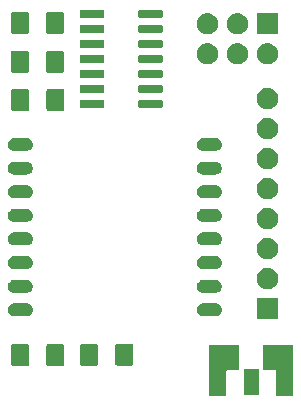
<source format=gbr>
G04 #@! TF.GenerationSoftware,KiCad,Pcbnew,5.1.5*
G04 #@! TF.CreationDate,2020-01-26T11:39:47+01:00*
G04 #@! TF.ProjectId,LORA_ATTINY84,4c4f5241-5f41-4545-9449-4e5938342e6b,rev?*
G04 #@! TF.SameCoordinates,Original*
G04 #@! TF.FileFunction,Soldermask,Top*
G04 #@! TF.FilePolarity,Negative*
%FSLAX46Y46*%
G04 Gerber Fmt 4.6, Leading zero omitted, Abs format (unit mm)*
G04 Created by KiCad (PCBNEW 5.1.5) date 2020-01-26 11:39:47*
%MOMM*%
%LPD*%
G04 APERTURE LIST*
%ADD10C,0.100000*%
G04 APERTURE END LIST*
D10*
G36*
X91596599Y-75243337D02*
G01*
X91606208Y-75246252D01*
X91615072Y-75250990D01*
X91622837Y-75257363D01*
X91629210Y-75265128D01*
X91633948Y-75273992D01*
X91636863Y-75283601D01*
X91638452Y-75299740D01*
X91638452Y-79487460D01*
X91636863Y-79503599D01*
X91633948Y-79513208D01*
X91629210Y-79522072D01*
X91622837Y-79529837D01*
X91615072Y-79536210D01*
X91606208Y-79540948D01*
X91596599Y-79543863D01*
X91580460Y-79545452D01*
X90242740Y-79545452D01*
X90226601Y-79543863D01*
X90216992Y-79540948D01*
X90208128Y-79536210D01*
X90200363Y-79529837D01*
X90193990Y-79522072D01*
X90189252Y-79513208D01*
X90186337Y-79503599D01*
X90184748Y-79487460D01*
X90184748Y-77470451D01*
X90182346Y-77446065D01*
X90175233Y-77422616D01*
X90163682Y-77401005D01*
X90148137Y-77382063D01*
X90129195Y-77366518D01*
X90107584Y-77354967D01*
X90084135Y-77347854D01*
X90059749Y-77345452D01*
X89142740Y-77345452D01*
X89126601Y-77343863D01*
X89116992Y-77340948D01*
X89108128Y-77336210D01*
X89100363Y-77329837D01*
X89093990Y-77322072D01*
X89089252Y-77313208D01*
X89086337Y-77303599D01*
X89084748Y-77287460D01*
X89084748Y-75299740D01*
X89086337Y-75283601D01*
X89089252Y-75273992D01*
X89093990Y-75265128D01*
X89100363Y-75257363D01*
X89108128Y-75250990D01*
X89116992Y-75246252D01*
X89126601Y-75243337D01*
X89142740Y-75241748D01*
X91580460Y-75241748D01*
X91596599Y-75243337D01*
G37*
G36*
X87044919Y-75243337D02*
G01*
X87054528Y-75246252D01*
X87063392Y-75250990D01*
X87071157Y-75257363D01*
X87077530Y-75265128D01*
X87082268Y-75273992D01*
X87085183Y-75283601D01*
X87086772Y-75299740D01*
X87086772Y-77287460D01*
X87085183Y-77303599D01*
X87082268Y-77313208D01*
X87077530Y-77322072D01*
X87071157Y-77329837D01*
X87063392Y-77336210D01*
X87054528Y-77340948D01*
X87044919Y-77343863D01*
X87028780Y-77345452D01*
X86111771Y-77345452D01*
X86087385Y-77347854D01*
X86063936Y-77354967D01*
X86042325Y-77366518D01*
X86023383Y-77382063D01*
X86007838Y-77401005D01*
X85996287Y-77422616D01*
X85989174Y-77446065D01*
X85986772Y-77470451D01*
X85986772Y-79487460D01*
X85985183Y-79503599D01*
X85982268Y-79513208D01*
X85977530Y-79522072D01*
X85971157Y-79529837D01*
X85963392Y-79536210D01*
X85954528Y-79540948D01*
X85944919Y-79543863D01*
X85928780Y-79545452D01*
X84591060Y-79545452D01*
X84574921Y-79543863D01*
X84565312Y-79540948D01*
X84556448Y-79536210D01*
X84548683Y-79529837D01*
X84542310Y-79522072D01*
X84537572Y-79513208D01*
X84534657Y-79503599D01*
X84533068Y-79487460D01*
X84533068Y-75299740D01*
X84534657Y-75283601D01*
X84537572Y-75273992D01*
X84542310Y-75265128D01*
X84548683Y-75257363D01*
X84556448Y-75250990D01*
X84565312Y-75246252D01*
X84574921Y-75243337D01*
X84591060Y-75241748D01*
X87028780Y-75241748D01*
X87044919Y-75243337D01*
G37*
G36*
X88738200Y-79485400D02*
G01*
X87436200Y-79485400D01*
X87436200Y-77283400D01*
X88738200Y-77283400D01*
X88738200Y-79485400D01*
G37*
G36*
X69142262Y-75176581D02*
G01*
X69177181Y-75187174D01*
X69209363Y-75204376D01*
X69237573Y-75227527D01*
X69260724Y-75255737D01*
X69277926Y-75287919D01*
X69288519Y-75322838D01*
X69292700Y-75365295D01*
X69292700Y-76831505D01*
X69288519Y-76873962D01*
X69277926Y-76908881D01*
X69260724Y-76941063D01*
X69237573Y-76969273D01*
X69209363Y-76992424D01*
X69177181Y-77009626D01*
X69142262Y-77020219D01*
X69099805Y-77024400D01*
X67958595Y-77024400D01*
X67916138Y-77020219D01*
X67881219Y-77009626D01*
X67849037Y-76992424D01*
X67820827Y-76969273D01*
X67797676Y-76941063D01*
X67780474Y-76908881D01*
X67769881Y-76873962D01*
X67765700Y-76831505D01*
X67765700Y-75365295D01*
X67769881Y-75322838D01*
X67780474Y-75287919D01*
X67797676Y-75255737D01*
X67820827Y-75227527D01*
X67849037Y-75204376D01*
X67881219Y-75187174D01*
X67916138Y-75176581D01*
X67958595Y-75172400D01*
X69099805Y-75172400D01*
X69142262Y-75176581D01*
G37*
G36*
X72117262Y-75176581D02*
G01*
X72152181Y-75187174D01*
X72184363Y-75204376D01*
X72212573Y-75227527D01*
X72235724Y-75255737D01*
X72252926Y-75287919D01*
X72263519Y-75322838D01*
X72267700Y-75365295D01*
X72267700Y-76831505D01*
X72263519Y-76873962D01*
X72252926Y-76908881D01*
X72235724Y-76941063D01*
X72212573Y-76969273D01*
X72184363Y-76992424D01*
X72152181Y-77009626D01*
X72117262Y-77020219D01*
X72074805Y-77024400D01*
X70933595Y-77024400D01*
X70891138Y-77020219D01*
X70856219Y-77009626D01*
X70824037Y-76992424D01*
X70795827Y-76969273D01*
X70772676Y-76941063D01*
X70755474Y-76908881D01*
X70744881Y-76873962D01*
X70740700Y-76831505D01*
X70740700Y-75365295D01*
X70744881Y-75322838D01*
X70755474Y-75287919D01*
X70772676Y-75255737D01*
X70795827Y-75227527D01*
X70824037Y-75204376D01*
X70856219Y-75187174D01*
X70891138Y-75176581D01*
X70933595Y-75172400D01*
X72074805Y-75172400D01*
X72117262Y-75176581D01*
G37*
G36*
X74969962Y-75151181D02*
G01*
X75004881Y-75161774D01*
X75037063Y-75178976D01*
X75065273Y-75202127D01*
X75088424Y-75230337D01*
X75105626Y-75262519D01*
X75116219Y-75297438D01*
X75120400Y-75339895D01*
X75120400Y-76806105D01*
X75116219Y-76848562D01*
X75105626Y-76883481D01*
X75088424Y-76915663D01*
X75065273Y-76943873D01*
X75037063Y-76967024D01*
X75004881Y-76984226D01*
X74969962Y-76994819D01*
X74927505Y-76999000D01*
X73786295Y-76999000D01*
X73743838Y-76994819D01*
X73708919Y-76984226D01*
X73676737Y-76967024D01*
X73648527Y-76943873D01*
X73625376Y-76915663D01*
X73608174Y-76883481D01*
X73597581Y-76848562D01*
X73593400Y-76806105D01*
X73593400Y-75339895D01*
X73597581Y-75297438D01*
X73608174Y-75262519D01*
X73625376Y-75230337D01*
X73648527Y-75202127D01*
X73676737Y-75178976D01*
X73708919Y-75161774D01*
X73743838Y-75151181D01*
X73786295Y-75147000D01*
X74927505Y-75147000D01*
X74969962Y-75151181D01*
G37*
G36*
X77944962Y-75151181D02*
G01*
X77979881Y-75161774D01*
X78012063Y-75178976D01*
X78040273Y-75202127D01*
X78063424Y-75230337D01*
X78080626Y-75262519D01*
X78091219Y-75297438D01*
X78095400Y-75339895D01*
X78095400Y-76806105D01*
X78091219Y-76848562D01*
X78080626Y-76883481D01*
X78063424Y-76915663D01*
X78040273Y-76943873D01*
X78012063Y-76967024D01*
X77979881Y-76984226D01*
X77944962Y-76994819D01*
X77902505Y-76999000D01*
X76761295Y-76999000D01*
X76718838Y-76994819D01*
X76683919Y-76984226D01*
X76651737Y-76967024D01*
X76623527Y-76943873D01*
X76600376Y-76915663D01*
X76583174Y-76883481D01*
X76572581Y-76848562D01*
X76568400Y-76806105D01*
X76568400Y-75339895D01*
X76572581Y-75297438D01*
X76583174Y-75262519D01*
X76600376Y-75230337D01*
X76623527Y-75202127D01*
X76651737Y-75178976D01*
X76683919Y-75161774D01*
X76718838Y-75151181D01*
X76761295Y-75147000D01*
X77902505Y-75147000D01*
X77944962Y-75151181D01*
G37*
G36*
X90359800Y-73062400D02*
G01*
X88557800Y-73062400D01*
X88557800Y-71260400D01*
X90359800Y-71260400D01*
X90359800Y-73062400D01*
G37*
G36*
X69137215Y-71724573D02*
G01*
X69241079Y-71756079D01*
X69268255Y-71770605D01*
X69336800Y-71807243D01*
X69420701Y-71876099D01*
X69489557Y-71960000D01*
X69526195Y-72028545D01*
X69540721Y-72055721D01*
X69572227Y-72159585D01*
X69582866Y-72267600D01*
X69572227Y-72375615D01*
X69540721Y-72479479D01*
X69540719Y-72479482D01*
X69489557Y-72575200D01*
X69420701Y-72659101D01*
X69336800Y-72727957D01*
X69268255Y-72764595D01*
X69241079Y-72779121D01*
X69137215Y-72810627D01*
X69056267Y-72818600D01*
X68002133Y-72818600D01*
X67921185Y-72810627D01*
X67817321Y-72779121D01*
X67790145Y-72764595D01*
X67721600Y-72727957D01*
X67637699Y-72659101D01*
X67568843Y-72575200D01*
X67517681Y-72479482D01*
X67517679Y-72479479D01*
X67486173Y-72375615D01*
X67475534Y-72267600D01*
X67486173Y-72159585D01*
X67517679Y-72055721D01*
X67532205Y-72028545D01*
X67568843Y-71960000D01*
X67637699Y-71876099D01*
X67721600Y-71807243D01*
X67790145Y-71770605D01*
X67817321Y-71756079D01*
X67921185Y-71724573D01*
X68002133Y-71716600D01*
X69056267Y-71716600D01*
X69137215Y-71724573D01*
G37*
G36*
X85137215Y-71724573D02*
G01*
X85241079Y-71756079D01*
X85268255Y-71770605D01*
X85336800Y-71807243D01*
X85420701Y-71876099D01*
X85489557Y-71960000D01*
X85526195Y-72028545D01*
X85540721Y-72055721D01*
X85572227Y-72159585D01*
X85582866Y-72267600D01*
X85572227Y-72375615D01*
X85540721Y-72479479D01*
X85540719Y-72479482D01*
X85489557Y-72575200D01*
X85420701Y-72659101D01*
X85336800Y-72727957D01*
X85268255Y-72764595D01*
X85241079Y-72779121D01*
X85137215Y-72810627D01*
X85056267Y-72818600D01*
X84002133Y-72818600D01*
X83921185Y-72810627D01*
X83817321Y-72779121D01*
X83790145Y-72764595D01*
X83721600Y-72727957D01*
X83637699Y-72659101D01*
X83568843Y-72575200D01*
X83517681Y-72479482D01*
X83517679Y-72479479D01*
X83486173Y-72375615D01*
X83475534Y-72267600D01*
X83486173Y-72159585D01*
X83517679Y-72055721D01*
X83532205Y-72028545D01*
X83568843Y-71960000D01*
X83637699Y-71876099D01*
X83721600Y-71807243D01*
X83790145Y-71770605D01*
X83817321Y-71756079D01*
X83921185Y-71724573D01*
X84002133Y-71716600D01*
X85056267Y-71716600D01*
X85137215Y-71724573D01*
G37*
G36*
X69137215Y-69724573D02*
G01*
X69241079Y-69756079D01*
X69268255Y-69770605D01*
X69336800Y-69807243D01*
X69420701Y-69876099D01*
X69489557Y-69960000D01*
X69526195Y-70028545D01*
X69540721Y-70055721D01*
X69572227Y-70159585D01*
X69582866Y-70267600D01*
X69572227Y-70375615D01*
X69540721Y-70479479D01*
X69536286Y-70487776D01*
X69489557Y-70575200D01*
X69420701Y-70659101D01*
X69336800Y-70727957D01*
X69268255Y-70764595D01*
X69241079Y-70779121D01*
X69137215Y-70810627D01*
X69056267Y-70818600D01*
X68002133Y-70818600D01*
X67921185Y-70810627D01*
X67817321Y-70779121D01*
X67790145Y-70764595D01*
X67721600Y-70727957D01*
X67637699Y-70659101D01*
X67568843Y-70575200D01*
X67522114Y-70487776D01*
X67517679Y-70479479D01*
X67486173Y-70375615D01*
X67475534Y-70267600D01*
X67486173Y-70159585D01*
X67517679Y-70055721D01*
X67532205Y-70028545D01*
X67568843Y-69960000D01*
X67637699Y-69876099D01*
X67721600Y-69807243D01*
X67790145Y-69770605D01*
X67817321Y-69756079D01*
X67921185Y-69724573D01*
X68002133Y-69716600D01*
X69056267Y-69716600D01*
X69137215Y-69724573D01*
G37*
G36*
X85137215Y-69724573D02*
G01*
X85241079Y-69756079D01*
X85268255Y-69770605D01*
X85336800Y-69807243D01*
X85420701Y-69876099D01*
X85489557Y-69960000D01*
X85526195Y-70028545D01*
X85540721Y-70055721D01*
X85572227Y-70159585D01*
X85582866Y-70267600D01*
X85572227Y-70375615D01*
X85540721Y-70479479D01*
X85536286Y-70487776D01*
X85489557Y-70575200D01*
X85420701Y-70659101D01*
X85336800Y-70727957D01*
X85268255Y-70764595D01*
X85241079Y-70779121D01*
X85137215Y-70810627D01*
X85056267Y-70818600D01*
X84002133Y-70818600D01*
X83921185Y-70810627D01*
X83817321Y-70779121D01*
X83790145Y-70764595D01*
X83721600Y-70727957D01*
X83637699Y-70659101D01*
X83568843Y-70575200D01*
X83522114Y-70487776D01*
X83517679Y-70479479D01*
X83486173Y-70375615D01*
X83475534Y-70267600D01*
X83486173Y-70159585D01*
X83517679Y-70055721D01*
X83532205Y-70028545D01*
X83568843Y-69960000D01*
X83637699Y-69876099D01*
X83721600Y-69807243D01*
X83790145Y-69770605D01*
X83817321Y-69756079D01*
X83921185Y-69724573D01*
X84002133Y-69716600D01*
X85056267Y-69716600D01*
X85137215Y-69724573D01*
G37*
G36*
X89572312Y-68725327D02*
G01*
X89721612Y-68755024D01*
X89885584Y-68822944D01*
X90033154Y-68921547D01*
X90158653Y-69047046D01*
X90257256Y-69194616D01*
X90325176Y-69358588D01*
X90359800Y-69532659D01*
X90359800Y-69710141D01*
X90325176Y-69884212D01*
X90257256Y-70048184D01*
X90158653Y-70195754D01*
X90033154Y-70321253D01*
X89885584Y-70419856D01*
X89721612Y-70487776D01*
X89572312Y-70517473D01*
X89547542Y-70522400D01*
X89370058Y-70522400D01*
X89345288Y-70517473D01*
X89195988Y-70487776D01*
X89032016Y-70419856D01*
X88884446Y-70321253D01*
X88758947Y-70195754D01*
X88660344Y-70048184D01*
X88592424Y-69884212D01*
X88557800Y-69710141D01*
X88557800Y-69532659D01*
X88592424Y-69358588D01*
X88660344Y-69194616D01*
X88758947Y-69047046D01*
X88884446Y-68921547D01*
X89032016Y-68822944D01*
X89195988Y-68755024D01*
X89345288Y-68725327D01*
X89370058Y-68720400D01*
X89547542Y-68720400D01*
X89572312Y-68725327D01*
G37*
G36*
X69137215Y-67724573D02*
G01*
X69241079Y-67756079D01*
X69268255Y-67770605D01*
X69336800Y-67807243D01*
X69420701Y-67876099D01*
X69489557Y-67960000D01*
X69526195Y-68028545D01*
X69540721Y-68055721D01*
X69572227Y-68159585D01*
X69582866Y-68267600D01*
X69572227Y-68375615D01*
X69540721Y-68479479D01*
X69540719Y-68479482D01*
X69489557Y-68575200D01*
X69420701Y-68659101D01*
X69336800Y-68727957D01*
X69286159Y-68755025D01*
X69241079Y-68779121D01*
X69137215Y-68810627D01*
X69056267Y-68818600D01*
X68002133Y-68818600D01*
X67921185Y-68810627D01*
X67817321Y-68779121D01*
X67772241Y-68755025D01*
X67721600Y-68727957D01*
X67637699Y-68659101D01*
X67568843Y-68575200D01*
X67517681Y-68479482D01*
X67517679Y-68479479D01*
X67486173Y-68375615D01*
X67475534Y-68267600D01*
X67486173Y-68159585D01*
X67517679Y-68055721D01*
X67532205Y-68028545D01*
X67568843Y-67960000D01*
X67637699Y-67876099D01*
X67721600Y-67807243D01*
X67790145Y-67770605D01*
X67817321Y-67756079D01*
X67921185Y-67724573D01*
X68002133Y-67716600D01*
X69056267Y-67716600D01*
X69137215Y-67724573D01*
G37*
G36*
X85137215Y-67724573D02*
G01*
X85241079Y-67756079D01*
X85268255Y-67770605D01*
X85336800Y-67807243D01*
X85420701Y-67876099D01*
X85489557Y-67960000D01*
X85526195Y-68028545D01*
X85540721Y-68055721D01*
X85572227Y-68159585D01*
X85582866Y-68267600D01*
X85572227Y-68375615D01*
X85540721Y-68479479D01*
X85540719Y-68479482D01*
X85489557Y-68575200D01*
X85420701Y-68659101D01*
X85336800Y-68727957D01*
X85286159Y-68755025D01*
X85241079Y-68779121D01*
X85137215Y-68810627D01*
X85056267Y-68818600D01*
X84002133Y-68818600D01*
X83921185Y-68810627D01*
X83817321Y-68779121D01*
X83772241Y-68755025D01*
X83721600Y-68727957D01*
X83637699Y-68659101D01*
X83568843Y-68575200D01*
X83517681Y-68479482D01*
X83517679Y-68479479D01*
X83486173Y-68375615D01*
X83475534Y-68267600D01*
X83486173Y-68159585D01*
X83517679Y-68055721D01*
X83532205Y-68028545D01*
X83568843Y-67960000D01*
X83637699Y-67876099D01*
X83721600Y-67807243D01*
X83790145Y-67770605D01*
X83817321Y-67756079D01*
X83921185Y-67724573D01*
X84002133Y-67716600D01*
X85056267Y-67716600D01*
X85137215Y-67724573D01*
G37*
G36*
X89572312Y-66185327D02*
G01*
X89721612Y-66215024D01*
X89885584Y-66282944D01*
X90033154Y-66381547D01*
X90158653Y-66507046D01*
X90257256Y-66654616D01*
X90325176Y-66818588D01*
X90359800Y-66992659D01*
X90359800Y-67170141D01*
X90325176Y-67344212D01*
X90257256Y-67508184D01*
X90158653Y-67655754D01*
X90033154Y-67781253D01*
X89885584Y-67879856D01*
X89721612Y-67947776D01*
X89572312Y-67977473D01*
X89547542Y-67982400D01*
X89370058Y-67982400D01*
X89345288Y-67977473D01*
X89195988Y-67947776D01*
X89032016Y-67879856D01*
X88884446Y-67781253D01*
X88758947Y-67655754D01*
X88660344Y-67508184D01*
X88592424Y-67344212D01*
X88557800Y-67170141D01*
X88557800Y-66992659D01*
X88592424Y-66818588D01*
X88660344Y-66654616D01*
X88758947Y-66507046D01*
X88884446Y-66381547D01*
X89032016Y-66282944D01*
X89195988Y-66215024D01*
X89345288Y-66185327D01*
X89370058Y-66180400D01*
X89547542Y-66180400D01*
X89572312Y-66185327D01*
G37*
G36*
X69137215Y-65724573D02*
G01*
X69241079Y-65756079D01*
X69268255Y-65770605D01*
X69336800Y-65807243D01*
X69420701Y-65876099D01*
X69489557Y-65960000D01*
X69526195Y-66028545D01*
X69540721Y-66055721D01*
X69572227Y-66159585D01*
X69582866Y-66267600D01*
X69572227Y-66375615D01*
X69540721Y-66479479D01*
X69540719Y-66479482D01*
X69489557Y-66575200D01*
X69420701Y-66659101D01*
X69336800Y-66727957D01*
X69268255Y-66764595D01*
X69241079Y-66779121D01*
X69137215Y-66810627D01*
X69056267Y-66818600D01*
X68002133Y-66818600D01*
X67921185Y-66810627D01*
X67817321Y-66779121D01*
X67790145Y-66764595D01*
X67721600Y-66727957D01*
X67637699Y-66659101D01*
X67568843Y-66575200D01*
X67517681Y-66479482D01*
X67517679Y-66479479D01*
X67486173Y-66375615D01*
X67475534Y-66267600D01*
X67486173Y-66159585D01*
X67517679Y-66055721D01*
X67532205Y-66028545D01*
X67568843Y-65960000D01*
X67637699Y-65876099D01*
X67721600Y-65807243D01*
X67790145Y-65770605D01*
X67817321Y-65756079D01*
X67921185Y-65724573D01*
X68002133Y-65716600D01*
X69056267Y-65716600D01*
X69137215Y-65724573D01*
G37*
G36*
X85137215Y-65724573D02*
G01*
X85241079Y-65756079D01*
X85268255Y-65770605D01*
X85336800Y-65807243D01*
X85420701Y-65876099D01*
X85489557Y-65960000D01*
X85526195Y-66028545D01*
X85540721Y-66055721D01*
X85572227Y-66159585D01*
X85582866Y-66267600D01*
X85572227Y-66375615D01*
X85540721Y-66479479D01*
X85540719Y-66479482D01*
X85489557Y-66575200D01*
X85420701Y-66659101D01*
X85336800Y-66727957D01*
X85268255Y-66764595D01*
X85241079Y-66779121D01*
X85137215Y-66810627D01*
X85056267Y-66818600D01*
X84002133Y-66818600D01*
X83921185Y-66810627D01*
X83817321Y-66779121D01*
X83790145Y-66764595D01*
X83721600Y-66727957D01*
X83637699Y-66659101D01*
X83568843Y-66575200D01*
X83517681Y-66479482D01*
X83517679Y-66479479D01*
X83486173Y-66375615D01*
X83475534Y-66267600D01*
X83486173Y-66159585D01*
X83517679Y-66055721D01*
X83532205Y-66028545D01*
X83568843Y-65960000D01*
X83637699Y-65876099D01*
X83721600Y-65807243D01*
X83790145Y-65770605D01*
X83817321Y-65756079D01*
X83921185Y-65724573D01*
X84002133Y-65716600D01*
X85056267Y-65716600D01*
X85137215Y-65724573D01*
G37*
G36*
X89572312Y-63645327D02*
G01*
X89721612Y-63675024D01*
X89885584Y-63742944D01*
X90033154Y-63841547D01*
X90158653Y-63967046D01*
X90257256Y-64114616D01*
X90325176Y-64278588D01*
X90359800Y-64452659D01*
X90359800Y-64630141D01*
X90325176Y-64804212D01*
X90257256Y-64968184D01*
X90158653Y-65115754D01*
X90033154Y-65241253D01*
X89885584Y-65339856D01*
X89721612Y-65407776D01*
X89572312Y-65437473D01*
X89547542Y-65442400D01*
X89370058Y-65442400D01*
X89345288Y-65437473D01*
X89195988Y-65407776D01*
X89032016Y-65339856D01*
X88884446Y-65241253D01*
X88758947Y-65115754D01*
X88660344Y-64968184D01*
X88592424Y-64804212D01*
X88557800Y-64630141D01*
X88557800Y-64452659D01*
X88592424Y-64278588D01*
X88660344Y-64114616D01*
X88758947Y-63967046D01*
X88884446Y-63841547D01*
X89032016Y-63742944D01*
X89195988Y-63675024D01*
X89345288Y-63645327D01*
X89370058Y-63640400D01*
X89547542Y-63640400D01*
X89572312Y-63645327D01*
G37*
G36*
X69137215Y-63724573D02*
G01*
X69241079Y-63756079D01*
X69268255Y-63770605D01*
X69336800Y-63807243D01*
X69420701Y-63876099D01*
X69489557Y-63960000D01*
X69526195Y-64028545D01*
X69540721Y-64055721D01*
X69572227Y-64159585D01*
X69582866Y-64267600D01*
X69572227Y-64375615D01*
X69540721Y-64479479D01*
X69540719Y-64479482D01*
X69489557Y-64575200D01*
X69420701Y-64659101D01*
X69336800Y-64727957D01*
X69268255Y-64764595D01*
X69241079Y-64779121D01*
X69137215Y-64810627D01*
X69056267Y-64818600D01*
X68002133Y-64818600D01*
X67921185Y-64810627D01*
X67817321Y-64779121D01*
X67790145Y-64764595D01*
X67721600Y-64727957D01*
X67637699Y-64659101D01*
X67568843Y-64575200D01*
X67517681Y-64479482D01*
X67517679Y-64479479D01*
X67486173Y-64375615D01*
X67475534Y-64267600D01*
X67486173Y-64159585D01*
X67517679Y-64055721D01*
X67532205Y-64028545D01*
X67568843Y-63960000D01*
X67637699Y-63876099D01*
X67721600Y-63807243D01*
X67790145Y-63770605D01*
X67817321Y-63756079D01*
X67921185Y-63724573D01*
X68002133Y-63716600D01*
X69056267Y-63716600D01*
X69137215Y-63724573D01*
G37*
G36*
X85137215Y-63724573D02*
G01*
X85241079Y-63756079D01*
X85268255Y-63770605D01*
X85336800Y-63807243D01*
X85420701Y-63876099D01*
X85489557Y-63960000D01*
X85526195Y-64028545D01*
X85540721Y-64055721D01*
X85572227Y-64159585D01*
X85582866Y-64267600D01*
X85572227Y-64375615D01*
X85540721Y-64479479D01*
X85540719Y-64479482D01*
X85489557Y-64575200D01*
X85420701Y-64659101D01*
X85336800Y-64727957D01*
X85268255Y-64764595D01*
X85241079Y-64779121D01*
X85137215Y-64810627D01*
X85056267Y-64818600D01*
X84002133Y-64818600D01*
X83921185Y-64810627D01*
X83817321Y-64779121D01*
X83790145Y-64764595D01*
X83721600Y-64727957D01*
X83637699Y-64659101D01*
X83568843Y-64575200D01*
X83517681Y-64479482D01*
X83517679Y-64479479D01*
X83486173Y-64375615D01*
X83475534Y-64267600D01*
X83486173Y-64159585D01*
X83517679Y-64055721D01*
X83532205Y-64028545D01*
X83568843Y-63960000D01*
X83637699Y-63876099D01*
X83721600Y-63807243D01*
X83790145Y-63770605D01*
X83817321Y-63756079D01*
X83921185Y-63724573D01*
X84002133Y-63716600D01*
X85056267Y-63716600D01*
X85137215Y-63724573D01*
G37*
G36*
X89572312Y-61105327D02*
G01*
X89721612Y-61135024D01*
X89885584Y-61202944D01*
X90033154Y-61301547D01*
X90158653Y-61427046D01*
X90257256Y-61574616D01*
X90325176Y-61738588D01*
X90359800Y-61912659D01*
X90359800Y-62090141D01*
X90325176Y-62264212D01*
X90257256Y-62428184D01*
X90158653Y-62575754D01*
X90033154Y-62701253D01*
X89885584Y-62799856D01*
X89721612Y-62867776D01*
X89572312Y-62897473D01*
X89547542Y-62902400D01*
X89370058Y-62902400D01*
X89345288Y-62897473D01*
X89195988Y-62867776D01*
X89032016Y-62799856D01*
X88884446Y-62701253D01*
X88758947Y-62575754D01*
X88660344Y-62428184D01*
X88592424Y-62264212D01*
X88557800Y-62090141D01*
X88557800Y-61912659D01*
X88592424Y-61738588D01*
X88660344Y-61574616D01*
X88758947Y-61427046D01*
X88884446Y-61301547D01*
X89032016Y-61202944D01*
X89195988Y-61135024D01*
X89345288Y-61105327D01*
X89370058Y-61100400D01*
X89547542Y-61100400D01*
X89572312Y-61105327D01*
G37*
G36*
X85137215Y-61724573D02*
G01*
X85241079Y-61756079D01*
X85268255Y-61770605D01*
X85336800Y-61807243D01*
X85420701Y-61876099D01*
X85489557Y-61960000D01*
X85526195Y-62028545D01*
X85540721Y-62055721D01*
X85572227Y-62159585D01*
X85582866Y-62267600D01*
X85572227Y-62375615D01*
X85540721Y-62479479D01*
X85540719Y-62479482D01*
X85489557Y-62575200D01*
X85420701Y-62659101D01*
X85336800Y-62727957D01*
X85268255Y-62764595D01*
X85241079Y-62779121D01*
X85137215Y-62810627D01*
X85056267Y-62818600D01*
X84002133Y-62818600D01*
X83921185Y-62810627D01*
X83817321Y-62779121D01*
X83790145Y-62764595D01*
X83721600Y-62727957D01*
X83637699Y-62659101D01*
X83568843Y-62575200D01*
X83517681Y-62479482D01*
X83517679Y-62479479D01*
X83486173Y-62375615D01*
X83475534Y-62267600D01*
X83486173Y-62159585D01*
X83517679Y-62055721D01*
X83532205Y-62028545D01*
X83568843Y-61960000D01*
X83637699Y-61876099D01*
X83721600Y-61807243D01*
X83790145Y-61770605D01*
X83817321Y-61756079D01*
X83921185Y-61724573D01*
X84002133Y-61716600D01*
X85056267Y-61716600D01*
X85137215Y-61724573D01*
G37*
G36*
X69137215Y-61724573D02*
G01*
X69241079Y-61756079D01*
X69268255Y-61770605D01*
X69336800Y-61807243D01*
X69420701Y-61876099D01*
X69489557Y-61960000D01*
X69526195Y-62028545D01*
X69540721Y-62055721D01*
X69572227Y-62159585D01*
X69582866Y-62267600D01*
X69572227Y-62375615D01*
X69540721Y-62479479D01*
X69540719Y-62479482D01*
X69489557Y-62575200D01*
X69420701Y-62659101D01*
X69336800Y-62727957D01*
X69268255Y-62764595D01*
X69241079Y-62779121D01*
X69137215Y-62810627D01*
X69056267Y-62818600D01*
X68002133Y-62818600D01*
X67921185Y-62810627D01*
X67817321Y-62779121D01*
X67790145Y-62764595D01*
X67721600Y-62727957D01*
X67637699Y-62659101D01*
X67568843Y-62575200D01*
X67517681Y-62479482D01*
X67517679Y-62479479D01*
X67486173Y-62375615D01*
X67475534Y-62267600D01*
X67486173Y-62159585D01*
X67517679Y-62055721D01*
X67532205Y-62028545D01*
X67568843Y-61960000D01*
X67637699Y-61876099D01*
X67721600Y-61807243D01*
X67790145Y-61770605D01*
X67817321Y-61756079D01*
X67921185Y-61724573D01*
X68002133Y-61716600D01*
X69056267Y-61716600D01*
X69137215Y-61724573D01*
G37*
G36*
X85137215Y-59724573D02*
G01*
X85241079Y-59756079D01*
X85268255Y-59770605D01*
X85336800Y-59807243D01*
X85420701Y-59876099D01*
X85489557Y-59960000D01*
X85526195Y-60028545D01*
X85540721Y-60055721D01*
X85572227Y-60159585D01*
X85582866Y-60267600D01*
X85572227Y-60375615D01*
X85540721Y-60479479D01*
X85540719Y-60479482D01*
X85489557Y-60575200D01*
X85420701Y-60659101D01*
X85336800Y-60727957D01*
X85268255Y-60764595D01*
X85241079Y-60779121D01*
X85137215Y-60810627D01*
X85056267Y-60818600D01*
X84002133Y-60818600D01*
X83921185Y-60810627D01*
X83817321Y-60779121D01*
X83790145Y-60764595D01*
X83721600Y-60727957D01*
X83637699Y-60659101D01*
X83568843Y-60575200D01*
X83517681Y-60479482D01*
X83517679Y-60479479D01*
X83486173Y-60375615D01*
X83475534Y-60267600D01*
X83486173Y-60159585D01*
X83517679Y-60055721D01*
X83532205Y-60028545D01*
X83568843Y-59960000D01*
X83637699Y-59876099D01*
X83721600Y-59807243D01*
X83790145Y-59770605D01*
X83817321Y-59756079D01*
X83921185Y-59724573D01*
X84002133Y-59716600D01*
X85056267Y-59716600D01*
X85137215Y-59724573D01*
G37*
G36*
X69137215Y-59724573D02*
G01*
X69241079Y-59756079D01*
X69268255Y-59770605D01*
X69336800Y-59807243D01*
X69420701Y-59876099D01*
X69489557Y-59960000D01*
X69526195Y-60028545D01*
X69540721Y-60055721D01*
X69572227Y-60159585D01*
X69582866Y-60267600D01*
X69572227Y-60375615D01*
X69540721Y-60479479D01*
X69540719Y-60479482D01*
X69489557Y-60575200D01*
X69420701Y-60659101D01*
X69336800Y-60727957D01*
X69268255Y-60764595D01*
X69241079Y-60779121D01*
X69137215Y-60810627D01*
X69056267Y-60818600D01*
X68002133Y-60818600D01*
X67921185Y-60810627D01*
X67817321Y-60779121D01*
X67790145Y-60764595D01*
X67721600Y-60727957D01*
X67637699Y-60659101D01*
X67568843Y-60575200D01*
X67517681Y-60479482D01*
X67517679Y-60479479D01*
X67486173Y-60375615D01*
X67475534Y-60267600D01*
X67486173Y-60159585D01*
X67517679Y-60055721D01*
X67532205Y-60028545D01*
X67568843Y-59960000D01*
X67637699Y-59876099D01*
X67721600Y-59807243D01*
X67790145Y-59770605D01*
X67817321Y-59756079D01*
X67921185Y-59724573D01*
X68002133Y-59716600D01*
X69056267Y-59716600D01*
X69137215Y-59724573D01*
G37*
G36*
X89572312Y-58565327D02*
G01*
X89721612Y-58595024D01*
X89885584Y-58662944D01*
X90033154Y-58761547D01*
X90158653Y-58887046D01*
X90257256Y-59034616D01*
X90325176Y-59198588D01*
X90359800Y-59372659D01*
X90359800Y-59550141D01*
X90325176Y-59724212D01*
X90257256Y-59888184D01*
X90158653Y-60035754D01*
X90033154Y-60161253D01*
X89885584Y-60259856D01*
X89721612Y-60327776D01*
X89572312Y-60357473D01*
X89547542Y-60362400D01*
X89370058Y-60362400D01*
X89345288Y-60357473D01*
X89195988Y-60327776D01*
X89032016Y-60259856D01*
X88884446Y-60161253D01*
X88758947Y-60035754D01*
X88660344Y-59888184D01*
X88592424Y-59724212D01*
X88557800Y-59550141D01*
X88557800Y-59372659D01*
X88592424Y-59198588D01*
X88660344Y-59034616D01*
X88758947Y-58887046D01*
X88884446Y-58761547D01*
X89032016Y-58662944D01*
X89195988Y-58595024D01*
X89345288Y-58565327D01*
X89370058Y-58560400D01*
X89547542Y-58560400D01*
X89572312Y-58565327D01*
G37*
G36*
X69137215Y-57724573D02*
G01*
X69241079Y-57756079D01*
X69268255Y-57770605D01*
X69336800Y-57807243D01*
X69420701Y-57876099D01*
X69489557Y-57960000D01*
X69526195Y-58028545D01*
X69540721Y-58055721D01*
X69572227Y-58159585D01*
X69582866Y-58267600D01*
X69572227Y-58375615D01*
X69540721Y-58479479D01*
X69540719Y-58479482D01*
X69489557Y-58575200D01*
X69420701Y-58659101D01*
X69336800Y-58727957D01*
X69273957Y-58761547D01*
X69241079Y-58779121D01*
X69137215Y-58810627D01*
X69056267Y-58818600D01*
X68002133Y-58818600D01*
X67921185Y-58810627D01*
X67817321Y-58779121D01*
X67784443Y-58761547D01*
X67721600Y-58727957D01*
X67637699Y-58659101D01*
X67568843Y-58575200D01*
X67517681Y-58479482D01*
X67517679Y-58479479D01*
X67486173Y-58375615D01*
X67475534Y-58267600D01*
X67486173Y-58159585D01*
X67517679Y-58055721D01*
X67532205Y-58028545D01*
X67568843Y-57960000D01*
X67637699Y-57876099D01*
X67721600Y-57807243D01*
X67790145Y-57770605D01*
X67817321Y-57756079D01*
X67921185Y-57724573D01*
X68002133Y-57716600D01*
X69056267Y-57716600D01*
X69137215Y-57724573D01*
G37*
G36*
X85137215Y-57724573D02*
G01*
X85241079Y-57756079D01*
X85268255Y-57770605D01*
X85336800Y-57807243D01*
X85420701Y-57876099D01*
X85489557Y-57960000D01*
X85526195Y-58028545D01*
X85540721Y-58055721D01*
X85572227Y-58159585D01*
X85582866Y-58267600D01*
X85572227Y-58375615D01*
X85540721Y-58479479D01*
X85540719Y-58479482D01*
X85489557Y-58575200D01*
X85420701Y-58659101D01*
X85336800Y-58727957D01*
X85273957Y-58761547D01*
X85241079Y-58779121D01*
X85137215Y-58810627D01*
X85056267Y-58818600D01*
X84002133Y-58818600D01*
X83921185Y-58810627D01*
X83817321Y-58779121D01*
X83784443Y-58761547D01*
X83721600Y-58727957D01*
X83637699Y-58659101D01*
X83568843Y-58575200D01*
X83517681Y-58479482D01*
X83517679Y-58479479D01*
X83486173Y-58375615D01*
X83475534Y-58267600D01*
X83486173Y-58159585D01*
X83517679Y-58055721D01*
X83532205Y-58028545D01*
X83568843Y-57960000D01*
X83637699Y-57876099D01*
X83721600Y-57807243D01*
X83790145Y-57770605D01*
X83817321Y-57756079D01*
X83921185Y-57724573D01*
X84002133Y-57716600D01*
X85056267Y-57716600D01*
X85137215Y-57724573D01*
G37*
G36*
X89572312Y-56025327D02*
G01*
X89721612Y-56055024D01*
X89885584Y-56122944D01*
X90033154Y-56221547D01*
X90158653Y-56347046D01*
X90257256Y-56494616D01*
X90325176Y-56658588D01*
X90359800Y-56832659D01*
X90359800Y-57010141D01*
X90325176Y-57184212D01*
X90257256Y-57348184D01*
X90158653Y-57495754D01*
X90033154Y-57621253D01*
X89885584Y-57719856D01*
X89721612Y-57787776D01*
X89572312Y-57817473D01*
X89547542Y-57822400D01*
X89370058Y-57822400D01*
X89345288Y-57817473D01*
X89195988Y-57787776D01*
X89032016Y-57719856D01*
X88884446Y-57621253D01*
X88758947Y-57495754D01*
X88660344Y-57348184D01*
X88592424Y-57184212D01*
X88557800Y-57010141D01*
X88557800Y-56832659D01*
X88592424Y-56658588D01*
X88660344Y-56494616D01*
X88758947Y-56347046D01*
X88884446Y-56221547D01*
X89032016Y-56122944D01*
X89195988Y-56055024D01*
X89345288Y-56025327D01*
X89370058Y-56020400D01*
X89547542Y-56020400D01*
X89572312Y-56025327D01*
G37*
G36*
X69153362Y-53586581D02*
G01*
X69188281Y-53597174D01*
X69220463Y-53614376D01*
X69248673Y-53637527D01*
X69271824Y-53665737D01*
X69289026Y-53697919D01*
X69299619Y-53732838D01*
X69303800Y-53775295D01*
X69303800Y-55241505D01*
X69299619Y-55283962D01*
X69289026Y-55318881D01*
X69271824Y-55351063D01*
X69248673Y-55379273D01*
X69220463Y-55402424D01*
X69188281Y-55419626D01*
X69153362Y-55430219D01*
X69110905Y-55434400D01*
X67969695Y-55434400D01*
X67927238Y-55430219D01*
X67892319Y-55419626D01*
X67860137Y-55402424D01*
X67831927Y-55379273D01*
X67808776Y-55351063D01*
X67791574Y-55318881D01*
X67780981Y-55283962D01*
X67776800Y-55241505D01*
X67776800Y-53775295D01*
X67780981Y-53732838D01*
X67791574Y-53697919D01*
X67808776Y-53665737D01*
X67831927Y-53637527D01*
X67860137Y-53614376D01*
X67892319Y-53597174D01*
X67927238Y-53586581D01*
X67969695Y-53582400D01*
X69110905Y-53582400D01*
X69153362Y-53586581D01*
G37*
G36*
X72128362Y-53586581D02*
G01*
X72163281Y-53597174D01*
X72195463Y-53614376D01*
X72223673Y-53637527D01*
X72246824Y-53665737D01*
X72264026Y-53697919D01*
X72274619Y-53732838D01*
X72278800Y-53775295D01*
X72278800Y-55241505D01*
X72274619Y-55283962D01*
X72264026Y-55318881D01*
X72246824Y-55351063D01*
X72223673Y-55379273D01*
X72195463Y-55402424D01*
X72163281Y-55419626D01*
X72128362Y-55430219D01*
X72085905Y-55434400D01*
X70944695Y-55434400D01*
X70902238Y-55430219D01*
X70867319Y-55419626D01*
X70835137Y-55402424D01*
X70806927Y-55379273D01*
X70783776Y-55351063D01*
X70766574Y-55318881D01*
X70755981Y-55283962D01*
X70751800Y-55241505D01*
X70751800Y-53775295D01*
X70755981Y-53732838D01*
X70766574Y-53697919D01*
X70783776Y-53665737D01*
X70806927Y-53637527D01*
X70835137Y-53614376D01*
X70867319Y-53597174D01*
X70902238Y-53586581D01*
X70944695Y-53582400D01*
X72085905Y-53582400D01*
X72128362Y-53586581D01*
G37*
G36*
X89572312Y-53485327D02*
G01*
X89721612Y-53515024D01*
X89885584Y-53582944D01*
X90033154Y-53681547D01*
X90158653Y-53807046D01*
X90257256Y-53954616D01*
X90325176Y-54118588D01*
X90354873Y-54267888D01*
X90359800Y-54292658D01*
X90359800Y-54470142D01*
X90355657Y-54490972D01*
X90325176Y-54644212D01*
X90257256Y-54808184D01*
X90158653Y-54955754D01*
X90033154Y-55081253D01*
X89885584Y-55179856D01*
X89721612Y-55247776D01*
X89572312Y-55277473D01*
X89547542Y-55282400D01*
X89370058Y-55282400D01*
X89345288Y-55277473D01*
X89195988Y-55247776D01*
X89032016Y-55179856D01*
X88884446Y-55081253D01*
X88758947Y-54955754D01*
X88660344Y-54808184D01*
X88592424Y-54644212D01*
X88561943Y-54490972D01*
X88557800Y-54470142D01*
X88557800Y-54292658D01*
X88562727Y-54267888D01*
X88592424Y-54118588D01*
X88660344Y-53954616D01*
X88758947Y-53807046D01*
X88884446Y-53681547D01*
X89032016Y-53582944D01*
X89195988Y-53515024D01*
X89345288Y-53485327D01*
X89370058Y-53480400D01*
X89547542Y-53480400D01*
X89572312Y-53485327D01*
G37*
G36*
X75548928Y-54490364D02*
G01*
X75570009Y-54496760D01*
X75589445Y-54507148D01*
X75606476Y-54521124D01*
X75620452Y-54538155D01*
X75630840Y-54557591D01*
X75637236Y-54578672D01*
X75640000Y-54606740D01*
X75640000Y-55070460D01*
X75637236Y-55098528D01*
X75630840Y-55119609D01*
X75620452Y-55139045D01*
X75606476Y-55156076D01*
X75589445Y-55170052D01*
X75570009Y-55180440D01*
X75548928Y-55186836D01*
X75520860Y-55189600D01*
X73707140Y-55189600D01*
X73679072Y-55186836D01*
X73657991Y-55180440D01*
X73638555Y-55170052D01*
X73621524Y-55156076D01*
X73607548Y-55139045D01*
X73597160Y-55119609D01*
X73590764Y-55098528D01*
X73588000Y-55070460D01*
X73588000Y-54606740D01*
X73590764Y-54578672D01*
X73597160Y-54557591D01*
X73607548Y-54538155D01*
X73621524Y-54521124D01*
X73638555Y-54507148D01*
X73657991Y-54496760D01*
X73679072Y-54490364D01*
X73707140Y-54487600D01*
X75520860Y-54487600D01*
X75548928Y-54490364D01*
G37*
G36*
X80498928Y-54490364D02*
G01*
X80520009Y-54496760D01*
X80539445Y-54507148D01*
X80556476Y-54521124D01*
X80570452Y-54538155D01*
X80580840Y-54557591D01*
X80587236Y-54578672D01*
X80590000Y-54606740D01*
X80590000Y-55070460D01*
X80587236Y-55098528D01*
X80580840Y-55119609D01*
X80570452Y-55139045D01*
X80556476Y-55156076D01*
X80539445Y-55170052D01*
X80520009Y-55180440D01*
X80498928Y-55186836D01*
X80470860Y-55189600D01*
X78657140Y-55189600D01*
X78629072Y-55186836D01*
X78607991Y-55180440D01*
X78588555Y-55170052D01*
X78571524Y-55156076D01*
X78557548Y-55139045D01*
X78547160Y-55119609D01*
X78540764Y-55098528D01*
X78538000Y-55070460D01*
X78538000Y-54606740D01*
X78540764Y-54578672D01*
X78547160Y-54557591D01*
X78557548Y-54538155D01*
X78571524Y-54521124D01*
X78588555Y-54507148D01*
X78607991Y-54496760D01*
X78629072Y-54490364D01*
X78657140Y-54487600D01*
X80470860Y-54487600D01*
X80498928Y-54490364D01*
G37*
G36*
X80498928Y-53220364D02*
G01*
X80520009Y-53226760D01*
X80539445Y-53237148D01*
X80556476Y-53251124D01*
X80570452Y-53268155D01*
X80580840Y-53287591D01*
X80587236Y-53308672D01*
X80590000Y-53336740D01*
X80590000Y-53800460D01*
X80587236Y-53828528D01*
X80580840Y-53849609D01*
X80570452Y-53869045D01*
X80556476Y-53886076D01*
X80539445Y-53900052D01*
X80520009Y-53910440D01*
X80498928Y-53916836D01*
X80470860Y-53919600D01*
X78657140Y-53919600D01*
X78629072Y-53916836D01*
X78607991Y-53910440D01*
X78588555Y-53900052D01*
X78571524Y-53886076D01*
X78557548Y-53869045D01*
X78547160Y-53849609D01*
X78540764Y-53828528D01*
X78538000Y-53800460D01*
X78538000Y-53336740D01*
X78540764Y-53308672D01*
X78547160Y-53287591D01*
X78557548Y-53268155D01*
X78571524Y-53251124D01*
X78588555Y-53237148D01*
X78607991Y-53226760D01*
X78629072Y-53220364D01*
X78657140Y-53217600D01*
X80470860Y-53217600D01*
X80498928Y-53220364D01*
G37*
G36*
X75548928Y-53220364D02*
G01*
X75570009Y-53226760D01*
X75589445Y-53237148D01*
X75606476Y-53251124D01*
X75620452Y-53268155D01*
X75630840Y-53287591D01*
X75637236Y-53308672D01*
X75640000Y-53336740D01*
X75640000Y-53800460D01*
X75637236Y-53828528D01*
X75630840Y-53849609D01*
X75620452Y-53869045D01*
X75606476Y-53886076D01*
X75589445Y-53900052D01*
X75570009Y-53910440D01*
X75548928Y-53916836D01*
X75520860Y-53919600D01*
X73707140Y-53919600D01*
X73679072Y-53916836D01*
X73657991Y-53910440D01*
X73638555Y-53900052D01*
X73621524Y-53886076D01*
X73607548Y-53869045D01*
X73597160Y-53849609D01*
X73590764Y-53828528D01*
X73588000Y-53800460D01*
X73588000Y-53336740D01*
X73590764Y-53308672D01*
X73597160Y-53287591D01*
X73607548Y-53268155D01*
X73621524Y-53251124D01*
X73638555Y-53237148D01*
X73657991Y-53226760D01*
X73679072Y-53220364D01*
X73707140Y-53217600D01*
X75520860Y-53217600D01*
X75548928Y-53220364D01*
G37*
G36*
X80498928Y-51950364D02*
G01*
X80520009Y-51956760D01*
X80539445Y-51967148D01*
X80556476Y-51981124D01*
X80570452Y-51998155D01*
X80580840Y-52017591D01*
X80587236Y-52038672D01*
X80590000Y-52066740D01*
X80590000Y-52530460D01*
X80587236Y-52558528D01*
X80580840Y-52579609D01*
X80570452Y-52599045D01*
X80556476Y-52616076D01*
X80539445Y-52630052D01*
X80520009Y-52640440D01*
X80498928Y-52646836D01*
X80470860Y-52649600D01*
X78657140Y-52649600D01*
X78629072Y-52646836D01*
X78607991Y-52640440D01*
X78588555Y-52630052D01*
X78571524Y-52616076D01*
X78557548Y-52599045D01*
X78547160Y-52579609D01*
X78540764Y-52558528D01*
X78538000Y-52530460D01*
X78538000Y-52066740D01*
X78540764Y-52038672D01*
X78547160Y-52017591D01*
X78557548Y-51998155D01*
X78571524Y-51981124D01*
X78588555Y-51967148D01*
X78607991Y-51956760D01*
X78629072Y-51950364D01*
X78657140Y-51947600D01*
X80470860Y-51947600D01*
X80498928Y-51950364D01*
G37*
G36*
X75548928Y-51950364D02*
G01*
X75570009Y-51956760D01*
X75589445Y-51967148D01*
X75606476Y-51981124D01*
X75620452Y-51998155D01*
X75630840Y-52017591D01*
X75637236Y-52038672D01*
X75640000Y-52066740D01*
X75640000Y-52530460D01*
X75637236Y-52558528D01*
X75630840Y-52579609D01*
X75620452Y-52599045D01*
X75606476Y-52616076D01*
X75589445Y-52630052D01*
X75570009Y-52640440D01*
X75548928Y-52646836D01*
X75520860Y-52649600D01*
X73707140Y-52649600D01*
X73679072Y-52646836D01*
X73657991Y-52640440D01*
X73638555Y-52630052D01*
X73621524Y-52616076D01*
X73607548Y-52599045D01*
X73597160Y-52579609D01*
X73590764Y-52558528D01*
X73588000Y-52530460D01*
X73588000Y-52066740D01*
X73590764Y-52038672D01*
X73597160Y-52017591D01*
X73607548Y-51998155D01*
X73621524Y-51981124D01*
X73638555Y-51967148D01*
X73657991Y-51956760D01*
X73679072Y-51950364D01*
X73707140Y-51947600D01*
X75520860Y-51947600D01*
X75548928Y-51950364D01*
G37*
G36*
X72077562Y-50348081D02*
G01*
X72112481Y-50358674D01*
X72144663Y-50375876D01*
X72172873Y-50399027D01*
X72196024Y-50427237D01*
X72213226Y-50459419D01*
X72223819Y-50494338D01*
X72228000Y-50536795D01*
X72228000Y-52003005D01*
X72223819Y-52045462D01*
X72213226Y-52080381D01*
X72196024Y-52112563D01*
X72172873Y-52140773D01*
X72144663Y-52163924D01*
X72112481Y-52181126D01*
X72077562Y-52191719D01*
X72035105Y-52195900D01*
X70893895Y-52195900D01*
X70851438Y-52191719D01*
X70816519Y-52181126D01*
X70784337Y-52163924D01*
X70756127Y-52140773D01*
X70732976Y-52112563D01*
X70715774Y-52080381D01*
X70705181Y-52045462D01*
X70701000Y-52003005D01*
X70701000Y-50536795D01*
X70705181Y-50494338D01*
X70715774Y-50459419D01*
X70732976Y-50427237D01*
X70756127Y-50399027D01*
X70784337Y-50375876D01*
X70816519Y-50358674D01*
X70851438Y-50348081D01*
X70893895Y-50343900D01*
X72035105Y-50343900D01*
X72077562Y-50348081D01*
G37*
G36*
X69102562Y-50348081D02*
G01*
X69137481Y-50358674D01*
X69169663Y-50375876D01*
X69197873Y-50399027D01*
X69221024Y-50427237D01*
X69238226Y-50459419D01*
X69248819Y-50494338D01*
X69253000Y-50536795D01*
X69253000Y-52003005D01*
X69248819Y-52045462D01*
X69238226Y-52080381D01*
X69221024Y-52112563D01*
X69197873Y-52140773D01*
X69169663Y-52163924D01*
X69137481Y-52181126D01*
X69102562Y-52191719D01*
X69060105Y-52195900D01*
X67918895Y-52195900D01*
X67876438Y-52191719D01*
X67841519Y-52181126D01*
X67809337Y-52163924D01*
X67781127Y-52140773D01*
X67757976Y-52112563D01*
X67740774Y-52080381D01*
X67730181Y-52045462D01*
X67726000Y-52003005D01*
X67726000Y-50536795D01*
X67730181Y-50494338D01*
X67740774Y-50459419D01*
X67757976Y-50427237D01*
X67781127Y-50399027D01*
X67809337Y-50375876D01*
X67841519Y-50358674D01*
X67876438Y-50348081D01*
X67918895Y-50343900D01*
X69060105Y-50343900D01*
X69102562Y-50348081D01*
G37*
G36*
X84492312Y-49700727D02*
G01*
X84641612Y-49730424D01*
X84805584Y-49798344D01*
X84953154Y-49896947D01*
X85078653Y-50022446D01*
X85177256Y-50170016D01*
X85245176Y-50333988D01*
X85279800Y-50508059D01*
X85279800Y-50685541D01*
X85245176Y-50859612D01*
X85177256Y-51023584D01*
X85078653Y-51171154D01*
X84953154Y-51296653D01*
X84805584Y-51395256D01*
X84641612Y-51463176D01*
X84492312Y-51492873D01*
X84467542Y-51497800D01*
X84290058Y-51497800D01*
X84265288Y-51492873D01*
X84115988Y-51463176D01*
X83952016Y-51395256D01*
X83804446Y-51296653D01*
X83678947Y-51171154D01*
X83580344Y-51023584D01*
X83512424Y-50859612D01*
X83477800Y-50685541D01*
X83477800Y-50508059D01*
X83512424Y-50333988D01*
X83580344Y-50170016D01*
X83678947Y-50022446D01*
X83804446Y-49896947D01*
X83952016Y-49798344D01*
X84115988Y-49730424D01*
X84265288Y-49700727D01*
X84290058Y-49695800D01*
X84467542Y-49695800D01*
X84492312Y-49700727D01*
G37*
G36*
X87032312Y-49700727D02*
G01*
X87181612Y-49730424D01*
X87345584Y-49798344D01*
X87493154Y-49896947D01*
X87618653Y-50022446D01*
X87717256Y-50170016D01*
X87785176Y-50333988D01*
X87819800Y-50508059D01*
X87819800Y-50685541D01*
X87785176Y-50859612D01*
X87717256Y-51023584D01*
X87618653Y-51171154D01*
X87493154Y-51296653D01*
X87345584Y-51395256D01*
X87181612Y-51463176D01*
X87032312Y-51492873D01*
X87007542Y-51497800D01*
X86830058Y-51497800D01*
X86805288Y-51492873D01*
X86655988Y-51463176D01*
X86492016Y-51395256D01*
X86344446Y-51296653D01*
X86218947Y-51171154D01*
X86120344Y-51023584D01*
X86052424Y-50859612D01*
X86017800Y-50685541D01*
X86017800Y-50508059D01*
X86052424Y-50333988D01*
X86120344Y-50170016D01*
X86218947Y-50022446D01*
X86344446Y-49896947D01*
X86492016Y-49798344D01*
X86655988Y-49730424D01*
X86805288Y-49700727D01*
X86830058Y-49695800D01*
X87007542Y-49695800D01*
X87032312Y-49700727D01*
G37*
G36*
X89572312Y-49700727D02*
G01*
X89721612Y-49730424D01*
X89885584Y-49798344D01*
X90033154Y-49896947D01*
X90158653Y-50022446D01*
X90257256Y-50170016D01*
X90325176Y-50333988D01*
X90359800Y-50508059D01*
X90359800Y-50685541D01*
X90325176Y-50859612D01*
X90257256Y-51023584D01*
X90158653Y-51171154D01*
X90033154Y-51296653D01*
X89885584Y-51395256D01*
X89721612Y-51463176D01*
X89572312Y-51492873D01*
X89547542Y-51497800D01*
X89370058Y-51497800D01*
X89345288Y-51492873D01*
X89195988Y-51463176D01*
X89032016Y-51395256D01*
X88884446Y-51296653D01*
X88758947Y-51171154D01*
X88660344Y-51023584D01*
X88592424Y-50859612D01*
X88557800Y-50685541D01*
X88557800Y-50508059D01*
X88592424Y-50333988D01*
X88660344Y-50170016D01*
X88758947Y-50022446D01*
X88884446Y-49896947D01*
X89032016Y-49798344D01*
X89195988Y-49730424D01*
X89345288Y-49700727D01*
X89370058Y-49695800D01*
X89547542Y-49695800D01*
X89572312Y-49700727D01*
G37*
G36*
X80498928Y-50680364D02*
G01*
X80520009Y-50686760D01*
X80539445Y-50697148D01*
X80556476Y-50711124D01*
X80570452Y-50728155D01*
X80580840Y-50747591D01*
X80587236Y-50768672D01*
X80590000Y-50796740D01*
X80590000Y-51260460D01*
X80587236Y-51288528D01*
X80580840Y-51309609D01*
X80570452Y-51329045D01*
X80556476Y-51346076D01*
X80539445Y-51360052D01*
X80520009Y-51370440D01*
X80498928Y-51376836D01*
X80470860Y-51379600D01*
X78657140Y-51379600D01*
X78629072Y-51376836D01*
X78607991Y-51370440D01*
X78588555Y-51360052D01*
X78571524Y-51346076D01*
X78557548Y-51329045D01*
X78547160Y-51309609D01*
X78540764Y-51288528D01*
X78538000Y-51260460D01*
X78538000Y-50796740D01*
X78540764Y-50768672D01*
X78547160Y-50747591D01*
X78557548Y-50728155D01*
X78571524Y-50711124D01*
X78588555Y-50697148D01*
X78607991Y-50686760D01*
X78629072Y-50680364D01*
X78657140Y-50677600D01*
X80470860Y-50677600D01*
X80498928Y-50680364D01*
G37*
G36*
X75548928Y-50680364D02*
G01*
X75570009Y-50686760D01*
X75589445Y-50697148D01*
X75606476Y-50711124D01*
X75620452Y-50728155D01*
X75630840Y-50747591D01*
X75637236Y-50768672D01*
X75640000Y-50796740D01*
X75640000Y-51260460D01*
X75637236Y-51288528D01*
X75630840Y-51309609D01*
X75620452Y-51329045D01*
X75606476Y-51346076D01*
X75589445Y-51360052D01*
X75570009Y-51370440D01*
X75548928Y-51376836D01*
X75520860Y-51379600D01*
X73707140Y-51379600D01*
X73679072Y-51376836D01*
X73657991Y-51370440D01*
X73638555Y-51360052D01*
X73621524Y-51346076D01*
X73607548Y-51329045D01*
X73597160Y-51309609D01*
X73590764Y-51288528D01*
X73588000Y-51260460D01*
X73588000Y-50796740D01*
X73590764Y-50768672D01*
X73597160Y-50747591D01*
X73607548Y-50728155D01*
X73621524Y-50711124D01*
X73638555Y-50697148D01*
X73657991Y-50686760D01*
X73679072Y-50680364D01*
X73707140Y-50677600D01*
X75520860Y-50677600D01*
X75548928Y-50680364D01*
G37*
G36*
X75548928Y-49410364D02*
G01*
X75570009Y-49416760D01*
X75589445Y-49427148D01*
X75606476Y-49441124D01*
X75620452Y-49458155D01*
X75630840Y-49477591D01*
X75637236Y-49498672D01*
X75640000Y-49526740D01*
X75640000Y-49990460D01*
X75637236Y-50018528D01*
X75630840Y-50039609D01*
X75620452Y-50059045D01*
X75606476Y-50076076D01*
X75589445Y-50090052D01*
X75570009Y-50100440D01*
X75548928Y-50106836D01*
X75520860Y-50109600D01*
X73707140Y-50109600D01*
X73679072Y-50106836D01*
X73657991Y-50100440D01*
X73638555Y-50090052D01*
X73621524Y-50076076D01*
X73607548Y-50059045D01*
X73597160Y-50039609D01*
X73590764Y-50018528D01*
X73588000Y-49990460D01*
X73588000Y-49526740D01*
X73590764Y-49498672D01*
X73597160Y-49477591D01*
X73607548Y-49458155D01*
X73621524Y-49441124D01*
X73638555Y-49427148D01*
X73657991Y-49416760D01*
X73679072Y-49410364D01*
X73707140Y-49407600D01*
X75520860Y-49407600D01*
X75548928Y-49410364D01*
G37*
G36*
X80498928Y-49410364D02*
G01*
X80520009Y-49416760D01*
X80539445Y-49427148D01*
X80556476Y-49441124D01*
X80570452Y-49458155D01*
X80580840Y-49477591D01*
X80587236Y-49498672D01*
X80590000Y-49526740D01*
X80590000Y-49990460D01*
X80587236Y-50018528D01*
X80580840Y-50039609D01*
X80570452Y-50059045D01*
X80556476Y-50076076D01*
X80539445Y-50090052D01*
X80520009Y-50100440D01*
X80498928Y-50106836D01*
X80470860Y-50109600D01*
X78657140Y-50109600D01*
X78629072Y-50106836D01*
X78607991Y-50100440D01*
X78588555Y-50090052D01*
X78571524Y-50076076D01*
X78557548Y-50059045D01*
X78547160Y-50039609D01*
X78540764Y-50018528D01*
X78538000Y-49990460D01*
X78538000Y-49526740D01*
X78540764Y-49498672D01*
X78547160Y-49477591D01*
X78557548Y-49458155D01*
X78571524Y-49441124D01*
X78588555Y-49427148D01*
X78607991Y-49416760D01*
X78629072Y-49410364D01*
X78657140Y-49407600D01*
X80470860Y-49407600D01*
X80498928Y-49410364D01*
G37*
G36*
X84492312Y-47160727D02*
G01*
X84641612Y-47190424D01*
X84805584Y-47258344D01*
X84953154Y-47356947D01*
X85078653Y-47482446D01*
X85177256Y-47630016D01*
X85245176Y-47793988D01*
X85279800Y-47968059D01*
X85279800Y-48145541D01*
X85245176Y-48319612D01*
X85177256Y-48483584D01*
X85078653Y-48631154D01*
X84953154Y-48756653D01*
X84805584Y-48855256D01*
X84641612Y-48923176D01*
X84492312Y-48952873D01*
X84467542Y-48957800D01*
X84290058Y-48957800D01*
X84265288Y-48952873D01*
X84115988Y-48923176D01*
X83952016Y-48855256D01*
X83804446Y-48756653D01*
X83678947Y-48631154D01*
X83580344Y-48483584D01*
X83512424Y-48319612D01*
X83477800Y-48145541D01*
X83477800Y-47968059D01*
X83512424Y-47793988D01*
X83580344Y-47630016D01*
X83678947Y-47482446D01*
X83804446Y-47356947D01*
X83952016Y-47258344D01*
X84115988Y-47190424D01*
X84265288Y-47160727D01*
X84290058Y-47155800D01*
X84467542Y-47155800D01*
X84492312Y-47160727D01*
G37*
G36*
X87032312Y-47160727D02*
G01*
X87181612Y-47190424D01*
X87345584Y-47258344D01*
X87493154Y-47356947D01*
X87618653Y-47482446D01*
X87717256Y-47630016D01*
X87785176Y-47793988D01*
X87819800Y-47968059D01*
X87819800Y-48145541D01*
X87785176Y-48319612D01*
X87717256Y-48483584D01*
X87618653Y-48631154D01*
X87493154Y-48756653D01*
X87345584Y-48855256D01*
X87181612Y-48923176D01*
X87032312Y-48952873D01*
X87007542Y-48957800D01*
X86830058Y-48957800D01*
X86805288Y-48952873D01*
X86655988Y-48923176D01*
X86492016Y-48855256D01*
X86344446Y-48756653D01*
X86218947Y-48631154D01*
X86120344Y-48483584D01*
X86052424Y-48319612D01*
X86017800Y-48145541D01*
X86017800Y-47968059D01*
X86052424Y-47793988D01*
X86120344Y-47630016D01*
X86218947Y-47482446D01*
X86344446Y-47356947D01*
X86492016Y-47258344D01*
X86655988Y-47190424D01*
X86805288Y-47160727D01*
X86830058Y-47155800D01*
X87007542Y-47155800D01*
X87032312Y-47160727D01*
G37*
G36*
X90359800Y-48957800D02*
G01*
X88557800Y-48957800D01*
X88557800Y-47155800D01*
X90359800Y-47155800D01*
X90359800Y-48957800D01*
G37*
G36*
X69102562Y-47058781D02*
G01*
X69137481Y-47069374D01*
X69169663Y-47086576D01*
X69197873Y-47109727D01*
X69221024Y-47137937D01*
X69238226Y-47170119D01*
X69248819Y-47205038D01*
X69253000Y-47247495D01*
X69253000Y-48713705D01*
X69248819Y-48756162D01*
X69238226Y-48791081D01*
X69221024Y-48823263D01*
X69197873Y-48851473D01*
X69169663Y-48874624D01*
X69137481Y-48891826D01*
X69102562Y-48902419D01*
X69060105Y-48906600D01*
X67918895Y-48906600D01*
X67876438Y-48902419D01*
X67841519Y-48891826D01*
X67809337Y-48874624D01*
X67781127Y-48851473D01*
X67757976Y-48823263D01*
X67740774Y-48791081D01*
X67730181Y-48756162D01*
X67726000Y-48713705D01*
X67726000Y-47247495D01*
X67730181Y-47205038D01*
X67740774Y-47170119D01*
X67757976Y-47137937D01*
X67781127Y-47109727D01*
X67809337Y-47086576D01*
X67841519Y-47069374D01*
X67876438Y-47058781D01*
X67918895Y-47054600D01*
X69060105Y-47054600D01*
X69102562Y-47058781D01*
G37*
G36*
X72077562Y-47058781D02*
G01*
X72112481Y-47069374D01*
X72144663Y-47086576D01*
X72172873Y-47109727D01*
X72196024Y-47137937D01*
X72213226Y-47170119D01*
X72223819Y-47205038D01*
X72228000Y-47247495D01*
X72228000Y-48713705D01*
X72223819Y-48756162D01*
X72213226Y-48791081D01*
X72196024Y-48823263D01*
X72172873Y-48851473D01*
X72144663Y-48874624D01*
X72112481Y-48891826D01*
X72077562Y-48902419D01*
X72035105Y-48906600D01*
X70893895Y-48906600D01*
X70851438Y-48902419D01*
X70816519Y-48891826D01*
X70784337Y-48874624D01*
X70756127Y-48851473D01*
X70732976Y-48823263D01*
X70715774Y-48791081D01*
X70705181Y-48756162D01*
X70701000Y-48713705D01*
X70701000Y-47247495D01*
X70705181Y-47205038D01*
X70715774Y-47170119D01*
X70732976Y-47137937D01*
X70756127Y-47109727D01*
X70784337Y-47086576D01*
X70816519Y-47069374D01*
X70851438Y-47058781D01*
X70893895Y-47054600D01*
X72035105Y-47054600D01*
X72077562Y-47058781D01*
G37*
G36*
X80498928Y-48140364D02*
G01*
X80520009Y-48146760D01*
X80539445Y-48157148D01*
X80556476Y-48171124D01*
X80570452Y-48188155D01*
X80580840Y-48207591D01*
X80587236Y-48228672D01*
X80590000Y-48256740D01*
X80590000Y-48720460D01*
X80587236Y-48748528D01*
X80580840Y-48769609D01*
X80570452Y-48789045D01*
X80556476Y-48806076D01*
X80539445Y-48820052D01*
X80520009Y-48830440D01*
X80498928Y-48836836D01*
X80470860Y-48839600D01*
X78657140Y-48839600D01*
X78629072Y-48836836D01*
X78607991Y-48830440D01*
X78588555Y-48820052D01*
X78571524Y-48806076D01*
X78557548Y-48789045D01*
X78547160Y-48769609D01*
X78540764Y-48748528D01*
X78538000Y-48720460D01*
X78538000Y-48256740D01*
X78540764Y-48228672D01*
X78547160Y-48207591D01*
X78557548Y-48188155D01*
X78571524Y-48171124D01*
X78588555Y-48157148D01*
X78607991Y-48146760D01*
X78629072Y-48140364D01*
X78657140Y-48137600D01*
X80470860Y-48137600D01*
X80498928Y-48140364D01*
G37*
G36*
X75548928Y-48140364D02*
G01*
X75570009Y-48146760D01*
X75589445Y-48157148D01*
X75606476Y-48171124D01*
X75620452Y-48188155D01*
X75630840Y-48207591D01*
X75637236Y-48228672D01*
X75640000Y-48256740D01*
X75640000Y-48720460D01*
X75637236Y-48748528D01*
X75630840Y-48769609D01*
X75620452Y-48789045D01*
X75606476Y-48806076D01*
X75589445Y-48820052D01*
X75570009Y-48830440D01*
X75548928Y-48836836D01*
X75520860Y-48839600D01*
X73707140Y-48839600D01*
X73679072Y-48836836D01*
X73657991Y-48830440D01*
X73638555Y-48820052D01*
X73621524Y-48806076D01*
X73607548Y-48789045D01*
X73597160Y-48769609D01*
X73590764Y-48748528D01*
X73588000Y-48720460D01*
X73588000Y-48256740D01*
X73590764Y-48228672D01*
X73597160Y-48207591D01*
X73607548Y-48188155D01*
X73621524Y-48171124D01*
X73638555Y-48157148D01*
X73657991Y-48146760D01*
X73679072Y-48140364D01*
X73707140Y-48137600D01*
X75520860Y-48137600D01*
X75548928Y-48140364D01*
G37*
G36*
X75548928Y-46870364D02*
G01*
X75570009Y-46876760D01*
X75589445Y-46887148D01*
X75606476Y-46901124D01*
X75620452Y-46918155D01*
X75630840Y-46937591D01*
X75637236Y-46958672D01*
X75640000Y-46986740D01*
X75640000Y-47450460D01*
X75637236Y-47478528D01*
X75630840Y-47499609D01*
X75620452Y-47519045D01*
X75606476Y-47536076D01*
X75589445Y-47550052D01*
X75570009Y-47560440D01*
X75548928Y-47566836D01*
X75520860Y-47569600D01*
X73707140Y-47569600D01*
X73679072Y-47566836D01*
X73657991Y-47560440D01*
X73638555Y-47550052D01*
X73621524Y-47536076D01*
X73607548Y-47519045D01*
X73597160Y-47499609D01*
X73590764Y-47478528D01*
X73588000Y-47450460D01*
X73588000Y-46986740D01*
X73590764Y-46958672D01*
X73597160Y-46937591D01*
X73607548Y-46918155D01*
X73621524Y-46901124D01*
X73638555Y-46887148D01*
X73657991Y-46876760D01*
X73679072Y-46870364D01*
X73707140Y-46867600D01*
X75520860Y-46867600D01*
X75548928Y-46870364D01*
G37*
G36*
X80498928Y-46870364D02*
G01*
X80520009Y-46876760D01*
X80539445Y-46887148D01*
X80556476Y-46901124D01*
X80570452Y-46918155D01*
X80580840Y-46937591D01*
X80587236Y-46958672D01*
X80590000Y-46986740D01*
X80590000Y-47450460D01*
X80587236Y-47478528D01*
X80580840Y-47499609D01*
X80570452Y-47519045D01*
X80556476Y-47536076D01*
X80539445Y-47550052D01*
X80520009Y-47560440D01*
X80498928Y-47566836D01*
X80470860Y-47569600D01*
X78657140Y-47569600D01*
X78629072Y-47566836D01*
X78607991Y-47560440D01*
X78588555Y-47550052D01*
X78571524Y-47536076D01*
X78557548Y-47519045D01*
X78547160Y-47499609D01*
X78540764Y-47478528D01*
X78538000Y-47450460D01*
X78538000Y-46986740D01*
X78540764Y-46958672D01*
X78547160Y-46937591D01*
X78557548Y-46918155D01*
X78571524Y-46901124D01*
X78588555Y-46887148D01*
X78607991Y-46876760D01*
X78629072Y-46870364D01*
X78657140Y-46867600D01*
X80470860Y-46867600D01*
X80498928Y-46870364D01*
G37*
M02*

</source>
